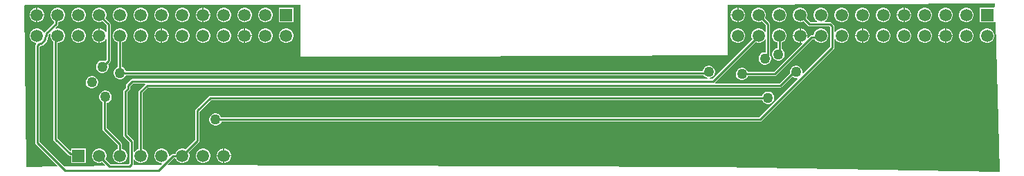
<source format=gbl>
G04*
G04 #@! TF.GenerationSoftware,Altium Limited,Altium Designer,24.10.1 (45)*
G04*
G04 Layer_Physical_Order=2*
G04 Layer_Color=16711680*
%FSLAX42Y42*%
%MOMM*%
G71*
G04*
G04 #@! TF.SameCoordinates,6BE155C9-00B4-4612-B876-D31AFA52546B*
G04*
G04*
G04 #@! TF.FilePolarity,Positive*
G04*
G01*
G75*
%ADD11C,0.25*%
%ADD16R,1.50X1.50*%
%ADD17C,1.50*%
%ADD18C,1.27*%
%ADD19C,0.25*%
G36*
X15918Y11375D02*
X15906Y11365D01*
X15737D01*
Y11190D01*
X15911D01*
X15912Y11190D01*
X15924Y11188D01*
X15977Y9363D01*
X15968Y9353D01*
X12517Y9411D01*
X12438Y9411D01*
X5807Y9435D01*
X5802Y9446D01*
X5879Y9523D01*
X5898D01*
X5900Y9517D01*
X5912Y9497D01*
X5928Y9480D01*
X5948Y9469D01*
X5970Y9463D01*
X5993D01*
X6016Y9469D01*
X6036Y9480D01*
X6052Y9497D01*
X6063Y9517D01*
X6069Y9539D01*
Y9562D01*
X6063Y9584D01*
X6059Y9591D01*
X6183Y9715D01*
X6189Y9724D01*
X6191Y9734D01*
Y10091D01*
X6335Y10236D01*
X13073D01*
X13073Y10232D01*
X13084Y10215D01*
X13098Y10201D01*
X13115Y10191D01*
X13134Y10185D01*
X13155D01*
X13174Y10191D01*
X13191Y10201D01*
X13205Y10215D01*
X13216Y10232D01*
X13221Y10252D01*
Y10272D01*
X13216Y10291D01*
X13205Y10308D01*
X13191Y10323D01*
X13174Y10333D01*
X13155Y10338D01*
X13134D01*
X13115Y10333D01*
X13098Y10323D01*
X13084Y10308D01*
X13073Y10291D01*
X13073Y10287D01*
X6325D01*
X6315Y10286D01*
X6306Y10280D01*
X6147Y10120D01*
X6141Y10112D01*
X6139Y10102D01*
Y9744D01*
X6023Y9628D01*
X6016Y9632D01*
X5993Y9638D01*
X5970D01*
X5948Y9632D01*
X5928Y9621D01*
X5912Y9604D01*
X5900Y9584D01*
X5898Y9575D01*
X5869D01*
X5859Y9573D01*
X5850Y9568D01*
X5828Y9545D01*
X5815Y9551D01*
Y9562D01*
X5809Y9584D01*
X5798Y9604D01*
X5782Y9621D01*
X5762Y9632D01*
X5739Y9638D01*
X5716D01*
X5694Y9632D01*
X5674Y9621D01*
X5658Y9604D01*
X5646Y9584D01*
X5640Y9562D01*
Y9539D01*
X5646Y9517D01*
X5658Y9497D01*
X5674Y9480D01*
X5694Y9469D01*
X5716Y9463D01*
X5727D01*
X5733Y9450D01*
X5718Y9435D01*
X5397Y9436D01*
X5396Y9436D01*
X5385Y9449D01*
X5385Y9449D01*
Y9503D01*
X5398Y9506D01*
X5404Y9497D01*
X5420Y9480D01*
X5440Y9469D01*
X5462Y9463D01*
X5485D01*
X5508Y9469D01*
X5528Y9480D01*
X5544Y9497D01*
X5555Y9517D01*
X5561Y9539D01*
Y9562D01*
X5555Y9584D01*
X5544Y9604D01*
X5528Y9621D01*
X5508Y9632D01*
X5500Y9634D01*
Y10325D01*
X5563Y10388D01*
X13297D01*
X13307Y10390D01*
X13315Y10396D01*
X13439Y10520D01*
X13441Y10518D01*
X13458Y10508D01*
X13477Y10503D01*
X13497D01*
X13501Y10504D01*
X13508Y10493D01*
X13036Y10021D01*
X6460D01*
X6459Y10024D01*
X6449Y10042D01*
X6435Y10056D01*
X6418Y10066D01*
X6398Y10071D01*
X6378D01*
X6359Y10066D01*
X6341Y10056D01*
X6327Y10042D01*
X6317Y10024D01*
X6312Y10005D01*
Y9985D01*
X6317Y9965D01*
X6327Y9948D01*
X6341Y9934D01*
X6359Y9924D01*
X6378Y9919D01*
X6398D01*
X6418Y9924D01*
X6435Y9934D01*
X6449Y9948D01*
X6459Y9965D01*
X6460Y9969D01*
X13047D01*
X13057Y9971D01*
X13065Y9977D01*
X13950Y10862D01*
X13956Y10870D01*
X13958Y10880D01*
Y10976D01*
X13970Y10979D01*
X13976Y10970D01*
X13992Y10953D01*
X14012Y10942D01*
X14035Y10936D01*
X14058D01*
X14080Y10942D01*
X14100Y10953D01*
X14116Y10970D01*
X14128Y10990D01*
X14134Y11012D01*
Y11035D01*
X14128Y11057D01*
X14116Y11077D01*
X14100Y11094D01*
X14080Y11105D01*
X14058Y11111D01*
X14035D01*
X14012Y11105D01*
X13992Y11094D01*
X13976Y11077D01*
X13970Y11068D01*
X13958Y11071D01*
Y11136D01*
X13956Y11146D01*
X13950Y11154D01*
X13921Y11183D01*
X13913Y11188D01*
X13903Y11190D01*
X13842D01*
X13839Y11203D01*
X13846Y11207D01*
X13862Y11224D01*
X13874Y11244D01*
X13880Y11266D01*
Y11289D01*
X13874Y11311D01*
X13862Y11331D01*
X13846Y11348D01*
X13826Y11359D01*
X13804Y11365D01*
X13781D01*
X13758Y11359D01*
X13738Y11348D01*
X13722Y11331D01*
X13710Y11311D01*
X13704Y11289D01*
Y11266D01*
X13710Y11244D01*
X13722Y11224D01*
X13738Y11207D01*
X13746Y11203D01*
X13742Y11190D01*
X13662D01*
X13616Y11237D01*
X13620Y11244D01*
X13626Y11266D01*
Y11289D01*
X13620Y11311D01*
X13608Y11331D01*
X13592Y11348D01*
X13572Y11359D01*
X13550Y11365D01*
X13527D01*
X13504Y11359D01*
X13484Y11348D01*
X13468Y11331D01*
X13456Y11311D01*
X13451Y11289D01*
Y11266D01*
X13456Y11244D01*
X13468Y11224D01*
X13484Y11207D01*
X13504Y11196D01*
X13527Y11190D01*
X13550D01*
X13572Y11196D01*
X13579Y11200D01*
X13633Y11146D01*
X13641Y11141D01*
X13651Y11139D01*
X13892D01*
X13906Y11125D01*
Y10891D01*
X13574Y10559D01*
X13563Y10565D01*
X13564Y10569D01*
Y10589D01*
X13558Y10609D01*
X13548Y10626D01*
X13534Y10640D01*
X13517Y10650D01*
X13497Y10655D01*
X13477D01*
X13458Y10650D01*
X13441Y10640D01*
X13426Y10626D01*
X13416Y10609D01*
X13411Y10589D01*
Y10569D01*
X13412Y10566D01*
X13286Y10440D01*
X12501D01*
X12496Y10453D01*
X12989Y10946D01*
X12996Y10942D01*
X13019Y10936D01*
X13042D01*
X13064Y10942D01*
X13084Y10953D01*
X13100Y10970D01*
X13106Y10979D01*
X13119Y10976D01*
Y10822D01*
X13116Y10820D01*
X13096D01*
X13077Y10815D01*
X13060Y10805D01*
X13045Y10791D01*
X13035Y10774D01*
X13030Y10754D01*
Y10734D01*
X13035Y10715D01*
X13045Y10697D01*
X13060Y10683D01*
X13077Y10673D01*
X13096Y10668D01*
X13116D01*
X13136Y10673D01*
X13153Y10683D01*
X13167Y10697D01*
X13177Y10715D01*
X13183Y10734D01*
Y10754D01*
X13177Y10774D01*
X13170Y10786D01*
Y11163D01*
X13168Y11173D01*
X13163Y11182D01*
X13108Y11237D01*
X13112Y11244D01*
X13118Y11266D01*
Y11289D01*
X13112Y11311D01*
X13100Y11331D01*
X13084Y11348D01*
X13064Y11359D01*
X13042Y11365D01*
X13019D01*
X12996Y11359D01*
X12976Y11348D01*
X12960Y11331D01*
X12948Y11311D01*
X12943Y11289D01*
Y11266D01*
X12948Y11244D01*
X12960Y11224D01*
X12976Y11207D01*
X12996Y11196D01*
X13019Y11190D01*
X13042D01*
X13064Y11196D01*
X13071Y11200D01*
X13119Y11153D01*
Y11071D01*
X13106Y11068D01*
X13100Y11077D01*
X13084Y11094D01*
X13064Y11105D01*
X13042Y11111D01*
X13019D01*
X12996Y11105D01*
X12976Y11094D01*
X12960Y11077D01*
X12948Y11057D01*
X12943Y11035D01*
Y11012D01*
X12948Y10990D01*
X12953Y10983D01*
X12461Y10491D01*
X12434D01*
X12432Y10503D01*
X12450Y10508D01*
X12467Y10518D01*
X12482Y10532D01*
X12492Y10550D01*
X12497Y10569D01*
Y10589D01*
X12492Y10609D01*
X12482Y10626D01*
X12467Y10640D01*
X12450Y10650D01*
X12431Y10655D01*
X12411D01*
X12391Y10650D01*
X12374Y10640D01*
X12360Y10626D01*
X12350Y10609D01*
X12345Y10592D01*
X5292D01*
X5291Y10596D01*
X5281Y10613D01*
X5266Y10627D01*
X5249Y10637D01*
X5246Y10638D01*
Y10940D01*
X5254Y10942D01*
X5274Y10953D01*
X5290Y10970D01*
X5301Y10990D01*
X5307Y11012D01*
Y11035D01*
X5301Y11057D01*
X5290Y11077D01*
X5274Y11094D01*
X5254Y11105D01*
X5231Y11111D01*
X5208D01*
X5186Y11105D01*
X5166Y11094D01*
X5150Y11077D01*
X5138Y11057D01*
X5132Y11035D01*
Y11012D01*
X5138Y10990D01*
X5150Y10970D01*
X5166Y10953D01*
X5186Y10942D01*
X5194Y10940D01*
Y10638D01*
X5190Y10637D01*
X5173Y10627D01*
X5159Y10613D01*
X5149Y10596D01*
X5144Y10576D01*
Y10556D01*
X5149Y10537D01*
X5159Y10520D01*
X5173Y10505D01*
X5190Y10495D01*
X5210Y10490D01*
X5230D01*
X5249Y10495D01*
X5266Y10505D01*
X5281Y10520D01*
X5291Y10537D01*
X5292Y10541D01*
X12355D01*
X12360Y10532D01*
X12374Y10518D01*
X12391Y10508D01*
X12409Y10503D01*
X12407Y10491D01*
X5372D01*
X5362Y10489D01*
X5354Y10483D01*
X5303Y10432D01*
X5297Y10424D01*
X5295Y10414D01*
Y10387D01*
X5265Y10356D01*
X5259Y10348D01*
X5257Y10338D01*
Y9804D01*
X5259Y9794D01*
X5265Y9786D01*
X5334Y9717D01*
Y9460D01*
X5323Y9449D01*
X5103D01*
X5043Y9509D01*
X5047Y9517D01*
X5053Y9539D01*
Y9562D01*
X5047Y9584D01*
X5036Y9604D01*
X5020Y9621D01*
X5000Y9632D01*
X4977Y9638D01*
X4954D01*
X4932Y9632D01*
X4912Y9621D01*
X4896Y9604D01*
X4884Y9584D01*
X4878Y9562D01*
Y9539D01*
X4884Y9517D01*
X4896Y9497D01*
X4912Y9480D01*
X4932Y9469D01*
X4954Y9463D01*
X4977D01*
X5000Y9469D01*
X5007Y9473D01*
X5039Y9441D01*
X5034Y9429D01*
X4770Y9424D01*
X4536Y9420D01*
X4236Y9720D01*
Y10888D01*
X4240Y10889D01*
X4274Y10903D01*
X4302Y10925D01*
X4325Y10954D01*
X4339Y10987D01*
X4343Y11024D01*
X4343Y11024D01*
X4346Y11035D01*
X4361Y11050D01*
X4372Y11044D01*
X4370Y11035D01*
Y11012D01*
X4376Y10990D01*
X4388Y10970D01*
X4404Y10953D01*
X4406Y10952D01*
Y9754D01*
X4408Y9744D01*
X4414Y9735D01*
X4595Y9554D01*
X4604Y9548D01*
X4613Y9547D01*
X4624D01*
Y9463D01*
X4799D01*
Y9638D01*
X4624D01*
Y9615D01*
X4612Y9610D01*
X4458Y9764D01*
Y10936D01*
X4469D01*
X4492Y10942D01*
X4512Y10953D01*
X4528Y10970D01*
X4539Y10990D01*
X4545Y11012D01*
Y11035D01*
X4539Y11057D01*
X4528Y11077D01*
X4512Y11094D01*
X4492Y11105D01*
X4469Y11111D01*
X4446D01*
X4438Y11109D01*
X4431Y11120D01*
X4457Y11146D01*
X4463Y11155D01*
X4465Y11164D01*
Y11190D01*
X4469D01*
X4492Y11196D01*
X4512Y11207D01*
X4528Y11224D01*
X4539Y11244D01*
X4545Y11266D01*
Y11289D01*
X4539Y11311D01*
X4528Y11331D01*
X4512Y11348D01*
X4492Y11359D01*
X4469Y11365D01*
X4446D01*
X4424Y11359D01*
X4404Y11348D01*
X4388Y11331D01*
X4376Y11311D01*
X4370Y11289D01*
Y11266D01*
X4376Y11244D01*
X4388Y11224D01*
X4404Y11207D01*
X4413Y11202D01*
Y11175D01*
X4306Y11068D01*
X4298Y11061D01*
X4298Y11060D01*
X4293Y11059D01*
X4291Y11059D01*
X4283Y11061D01*
X4274Y11077D01*
X4258Y11094D01*
X4238Y11105D01*
X4215Y11111D01*
X4192D01*
X4170Y11105D01*
X4150Y11094D01*
X4134Y11077D01*
X4122Y11057D01*
X4116Y11035D01*
Y11012D01*
X4122Y10990D01*
X4134Y10970D01*
X4150Y10953D01*
X4170Y10942D01*
X4192Y10936D01*
X4196Y10930D01*
X4197Y10924D01*
X4192Y10918D01*
X4191Y10916D01*
X4186Y10909D01*
X4185Y10899D01*
Y9709D01*
X4186Y9699D01*
X4192Y9690D01*
X4453Y9430D01*
X4448Y9418D01*
X4086Y9411D01*
X4077Y9420D01*
X4051Y11396D01*
X4060Y11405D01*
X7425D01*
X7425Y10767D01*
X8941D01*
X12649Y10783D01*
Y11405D01*
X15917Y11414D01*
X15918Y11375D01*
D02*
G37*
G36*
X5528Y10426D02*
X5455Y10354D01*
X5450Y10346D01*
X5448Y10336D01*
Y9634D01*
X5440Y9632D01*
X5420Y9621D01*
X5404Y9604D01*
X5398Y9595D01*
X5385Y9598D01*
Y9728D01*
X5383Y9738D01*
X5378Y9747D01*
X5309Y9815D01*
Y10327D01*
X5340Y10358D01*
X5345Y10366D01*
X5347Y10376D01*
Y10403D01*
X5383Y10439D01*
X5522D01*
X5528Y10426D01*
D02*
G37*
%LPC*%
G36*
X4215Y11365D02*
X4210D01*
Y11284D01*
X4291D01*
Y11289D01*
X4285Y11311D01*
X4274Y11331D01*
X4258Y11348D01*
X4238Y11359D01*
X4215Y11365D01*
D02*
G37*
G36*
X14820D02*
X14815D01*
Y11284D01*
X14896D01*
Y11289D01*
X14890Y11311D01*
X14878Y11331D01*
X14862Y11348D01*
X14842Y11359D01*
X14820Y11365D01*
D02*
G37*
G36*
X12788D02*
X12783D01*
Y11284D01*
X12864D01*
Y11289D01*
X12858Y11311D01*
X12846Y11331D01*
X12830Y11348D01*
X12810Y11359D01*
X12788Y11365D01*
D02*
G37*
G36*
X6247D02*
X6242D01*
Y11284D01*
X6323D01*
Y11289D01*
X6317Y11311D01*
X6306Y11331D01*
X6290Y11348D01*
X6270Y11359D01*
X6247Y11365D01*
D02*
G37*
G36*
X4197D02*
X4192D01*
X4170Y11359D01*
X4150Y11348D01*
X4134Y11331D01*
X4122Y11311D01*
X4116Y11289D01*
Y11284D01*
X4197D01*
Y11365D01*
D02*
G37*
G36*
X14802D02*
X14797D01*
X14774Y11359D01*
X14754Y11348D01*
X14738Y11331D01*
X14726Y11311D01*
X14721Y11289D01*
Y11284D01*
X14802D01*
Y11365D01*
D02*
G37*
G36*
X12770D02*
X12765D01*
X12742Y11359D01*
X12722Y11348D01*
X12706Y11331D01*
X12694Y11311D01*
X12689Y11289D01*
Y11284D01*
X12770D01*
Y11365D01*
D02*
G37*
G36*
X6229D02*
X6224D01*
X6202Y11359D01*
X6182Y11348D01*
X6166Y11331D01*
X6154Y11311D01*
X6148Y11289D01*
Y11284D01*
X6229D01*
Y11365D01*
D02*
G37*
G36*
X15582D02*
X15559D01*
X15536Y11359D01*
X15516Y11348D01*
X15500Y11331D01*
X15488Y11311D01*
X15482Y11289D01*
Y11266D01*
X15488Y11244D01*
X15500Y11224D01*
X15516Y11207D01*
X15536Y11196D01*
X15559Y11190D01*
X15582D01*
X15604Y11196D01*
X15624Y11207D01*
X15640Y11224D01*
X15652Y11244D01*
X15658Y11266D01*
Y11289D01*
X15652Y11311D01*
X15640Y11331D01*
X15624Y11348D01*
X15604Y11359D01*
X15582Y11365D01*
D02*
G37*
G36*
X15328D02*
X15305D01*
X15282Y11359D01*
X15262Y11348D01*
X15246Y11331D01*
X15234Y11311D01*
X15229Y11289D01*
Y11266D01*
X15234Y11244D01*
X15246Y11224D01*
X15262Y11207D01*
X15282Y11196D01*
X15305Y11190D01*
X15328D01*
X15350Y11196D01*
X15370Y11207D01*
X15386Y11224D01*
X15398Y11244D01*
X15404Y11266D01*
Y11289D01*
X15398Y11311D01*
X15386Y11331D01*
X15370Y11348D01*
X15350Y11359D01*
X15328Y11365D01*
D02*
G37*
G36*
X15074D02*
X15051D01*
X15028Y11359D01*
X15008Y11348D01*
X14992Y11331D01*
X14980Y11311D01*
X14974Y11289D01*
Y11266D01*
X14980Y11244D01*
X14992Y11224D01*
X15008Y11207D01*
X15028Y11196D01*
X15051Y11190D01*
X15074D01*
X15096Y11196D01*
X15116Y11207D01*
X15132Y11224D01*
X15144Y11244D01*
X15150Y11266D01*
Y11289D01*
X15144Y11311D01*
X15132Y11331D01*
X15116Y11348D01*
X15096Y11359D01*
X15074Y11365D01*
D02*
G37*
G36*
X14896Y11271D02*
X14815D01*
Y11190D01*
X14820D01*
X14842Y11196D01*
X14862Y11207D01*
X14878Y11224D01*
X14890Y11244D01*
X14896Y11266D01*
Y11271D01*
D02*
G37*
G36*
X14802D02*
X14721D01*
Y11266D01*
X14726Y11244D01*
X14738Y11224D01*
X14754Y11207D01*
X14774Y11196D01*
X14797Y11190D01*
X14802D01*
Y11271D01*
D02*
G37*
G36*
X14566Y11365D02*
X14543D01*
X14520Y11359D01*
X14500Y11348D01*
X14484Y11331D01*
X14472Y11311D01*
X14466Y11289D01*
Y11266D01*
X14472Y11244D01*
X14484Y11224D01*
X14500Y11207D01*
X14520Y11196D01*
X14543Y11190D01*
X14566D01*
X14588Y11196D01*
X14608Y11207D01*
X14624Y11224D01*
X14636Y11244D01*
X14642Y11266D01*
Y11289D01*
X14636Y11311D01*
X14624Y11331D01*
X14608Y11348D01*
X14588Y11359D01*
X14566Y11365D01*
D02*
G37*
G36*
X14312D02*
X14289D01*
X14266Y11359D01*
X14246Y11348D01*
X14230Y11331D01*
X14218Y11311D01*
X14212Y11289D01*
Y11266D01*
X14218Y11244D01*
X14230Y11224D01*
X14246Y11207D01*
X14266Y11196D01*
X14289Y11190D01*
X14312D01*
X14334Y11196D01*
X14354Y11207D01*
X14370Y11224D01*
X14382Y11244D01*
X14388Y11266D01*
Y11289D01*
X14382Y11311D01*
X14370Y11331D01*
X14354Y11348D01*
X14334Y11359D01*
X14312Y11365D01*
D02*
G37*
G36*
X14058D02*
X14035D01*
X14012Y11359D01*
X13992Y11348D01*
X13976Y11331D01*
X13964Y11311D01*
X13959Y11289D01*
Y11266D01*
X13964Y11244D01*
X13976Y11224D01*
X13992Y11207D01*
X14012Y11196D01*
X14035Y11190D01*
X14058D01*
X14080Y11196D01*
X14100Y11207D01*
X14116Y11224D01*
X14128Y11244D01*
X14134Y11266D01*
Y11289D01*
X14128Y11311D01*
X14116Y11331D01*
X14100Y11348D01*
X14080Y11359D01*
X14058Y11365D01*
D02*
G37*
G36*
X13296D02*
X13273D01*
X13250Y11359D01*
X13230Y11348D01*
X13214Y11331D01*
X13202Y11311D01*
X13196Y11289D01*
Y11266D01*
X13202Y11244D01*
X13214Y11224D01*
X13230Y11207D01*
X13250Y11196D01*
X13273Y11190D01*
X13296D01*
X13318Y11196D01*
X13338Y11207D01*
X13354Y11224D01*
X13366Y11244D01*
X13372Y11266D01*
Y11289D01*
X13366Y11311D01*
X13354Y11331D01*
X13338Y11348D01*
X13318Y11359D01*
X13296Y11365D01*
D02*
G37*
G36*
X12864Y11271D02*
X12783D01*
Y11190D01*
X12788D01*
X12810Y11196D01*
X12830Y11207D01*
X12846Y11224D01*
X12858Y11244D01*
X12864Y11266D01*
Y11271D01*
D02*
G37*
G36*
X12770D02*
X12689D01*
Y11266D01*
X12694Y11244D01*
X12706Y11224D01*
X12722Y11207D01*
X12742Y11196D01*
X12765Y11190D01*
X12770D01*
Y11271D01*
D02*
G37*
G36*
X7339Y11365D02*
X7164D01*
Y11190D01*
X7339D01*
Y11365D01*
D02*
G37*
G36*
X7009D02*
X6986D01*
X6964Y11359D01*
X6944Y11348D01*
X6928Y11331D01*
X6916Y11311D01*
X6910Y11289D01*
Y11266D01*
X6916Y11244D01*
X6928Y11224D01*
X6944Y11207D01*
X6964Y11196D01*
X6986Y11190D01*
X7009D01*
X7032Y11196D01*
X7052Y11207D01*
X7068Y11224D01*
X7079Y11244D01*
X7085Y11266D01*
Y11289D01*
X7079Y11311D01*
X7068Y11331D01*
X7052Y11348D01*
X7032Y11359D01*
X7009Y11365D01*
D02*
G37*
G36*
X6755D02*
X6732D01*
X6710Y11359D01*
X6690Y11348D01*
X6674Y11331D01*
X6662Y11311D01*
X6656Y11289D01*
Y11266D01*
X6662Y11244D01*
X6674Y11224D01*
X6690Y11207D01*
X6710Y11196D01*
X6732Y11190D01*
X6755D01*
X6778Y11196D01*
X6798Y11207D01*
X6814Y11224D01*
X6825Y11244D01*
X6831Y11266D01*
Y11289D01*
X6825Y11311D01*
X6814Y11331D01*
X6798Y11348D01*
X6778Y11359D01*
X6755Y11365D01*
D02*
G37*
G36*
X6501D02*
X6478D01*
X6456Y11359D01*
X6436Y11348D01*
X6420Y11331D01*
X6408Y11311D01*
X6402Y11289D01*
Y11266D01*
X6408Y11244D01*
X6420Y11224D01*
X6436Y11207D01*
X6456Y11196D01*
X6478Y11190D01*
X6501D01*
X6524Y11196D01*
X6544Y11207D01*
X6560Y11224D01*
X6571Y11244D01*
X6577Y11266D01*
Y11289D01*
X6571Y11311D01*
X6560Y11331D01*
X6544Y11348D01*
X6524Y11359D01*
X6501Y11365D01*
D02*
G37*
G36*
X6323Y11271D02*
X6242D01*
Y11190D01*
X6247D01*
X6270Y11196D01*
X6290Y11207D01*
X6306Y11224D01*
X6317Y11244D01*
X6323Y11266D01*
Y11271D01*
D02*
G37*
G36*
X6229D02*
X6148D01*
Y11266D01*
X6154Y11244D01*
X6166Y11224D01*
X6182Y11207D01*
X6202Y11196D01*
X6224Y11190D01*
X6229D01*
Y11271D01*
D02*
G37*
G36*
X5993Y11365D02*
X5970D01*
X5948Y11359D01*
X5928Y11348D01*
X5912Y11331D01*
X5900Y11311D01*
X5894Y11289D01*
Y11266D01*
X5900Y11244D01*
X5912Y11224D01*
X5928Y11207D01*
X5948Y11196D01*
X5970Y11190D01*
X5993D01*
X6016Y11196D01*
X6036Y11207D01*
X6052Y11224D01*
X6063Y11244D01*
X6069Y11266D01*
Y11289D01*
X6063Y11311D01*
X6052Y11331D01*
X6036Y11348D01*
X6016Y11359D01*
X5993Y11365D01*
D02*
G37*
G36*
X5739D02*
X5716D01*
X5694Y11359D01*
X5674Y11348D01*
X5658Y11331D01*
X5646Y11311D01*
X5640Y11289D01*
Y11266D01*
X5646Y11244D01*
X5658Y11224D01*
X5674Y11207D01*
X5694Y11196D01*
X5716Y11190D01*
X5739D01*
X5762Y11196D01*
X5782Y11207D01*
X5798Y11224D01*
X5809Y11244D01*
X5815Y11266D01*
Y11289D01*
X5809Y11311D01*
X5798Y11331D01*
X5782Y11348D01*
X5762Y11359D01*
X5739Y11365D01*
D02*
G37*
G36*
X5485D02*
X5462D01*
X5440Y11359D01*
X5420Y11348D01*
X5404Y11331D01*
X5392Y11311D01*
X5386Y11289D01*
Y11266D01*
X5392Y11244D01*
X5404Y11224D01*
X5420Y11207D01*
X5440Y11196D01*
X5462Y11190D01*
X5485D01*
X5508Y11196D01*
X5528Y11207D01*
X5544Y11224D01*
X5555Y11244D01*
X5561Y11266D01*
Y11289D01*
X5555Y11311D01*
X5544Y11331D01*
X5528Y11348D01*
X5508Y11359D01*
X5485Y11365D01*
D02*
G37*
G36*
X5231D02*
X5208D01*
X5186Y11359D01*
X5166Y11348D01*
X5150Y11331D01*
X5138Y11311D01*
X5132Y11289D01*
Y11266D01*
X5138Y11244D01*
X5150Y11224D01*
X5166Y11207D01*
X5186Y11196D01*
X5208Y11190D01*
X5231D01*
X5254Y11196D01*
X5274Y11207D01*
X5290Y11224D01*
X5301Y11244D01*
X5307Y11266D01*
Y11289D01*
X5301Y11311D01*
X5290Y11331D01*
X5274Y11348D01*
X5254Y11359D01*
X5231Y11365D01*
D02*
G37*
G36*
X4723D02*
X4700D01*
X4678Y11359D01*
X4658Y11348D01*
X4642Y11331D01*
X4630Y11311D01*
X4624Y11289D01*
Y11266D01*
X4630Y11244D01*
X4642Y11224D01*
X4658Y11207D01*
X4678Y11196D01*
X4700Y11190D01*
X4723D01*
X4746Y11196D01*
X4766Y11207D01*
X4782Y11224D01*
X4793Y11244D01*
X4799Y11266D01*
Y11289D01*
X4793Y11311D01*
X4782Y11331D01*
X4766Y11348D01*
X4746Y11359D01*
X4723Y11365D01*
D02*
G37*
G36*
X4291Y11271D02*
X4210D01*
Y11190D01*
X4215D01*
X4238Y11196D01*
X4258Y11207D01*
X4274Y11224D01*
X4285Y11244D01*
X4291Y11266D01*
Y11271D01*
D02*
G37*
G36*
X4197D02*
X4116D01*
Y11266D01*
X4122Y11244D01*
X4134Y11224D01*
X4150Y11207D01*
X4170Y11196D01*
X4192Y11190D01*
X4197D01*
Y11271D01*
D02*
G37*
G36*
X4977Y11365D02*
X4954D01*
X4932Y11359D01*
X4912Y11348D01*
X4896Y11331D01*
X4884Y11311D01*
X4878Y11289D01*
Y11266D01*
X4884Y11244D01*
X4896Y11224D01*
X4912Y11207D01*
X4932Y11196D01*
X4954Y11190D01*
X4977D01*
X5000Y11196D01*
X5007Y11200D01*
X5053Y11154D01*
Y11073D01*
X5040Y11070D01*
X5036Y11077D01*
X5020Y11094D01*
X5000Y11105D01*
X4977Y11111D01*
X4972D01*
Y11024D01*
Y10936D01*
X4977D01*
X5000Y10942D01*
X5020Y10953D01*
X5036Y10970D01*
X5040Y10977D01*
X5053Y10974D01*
Y10728D01*
X5036Y10712D01*
X5033Y10714D01*
X5014Y10719D01*
X4994D01*
X4974Y10714D01*
X4957Y10704D01*
X4943Y10689D01*
X4933Y10672D01*
X4928Y10653D01*
Y10633D01*
X4933Y10613D01*
X4943Y10596D01*
X4957Y10582D01*
X4974Y10572D01*
X4994Y10566D01*
X5014D01*
X5033Y10572D01*
X5051Y10582D01*
X5065Y10596D01*
X5075Y10613D01*
X5080Y10633D01*
Y10653D01*
X5075Y10672D01*
X5073Y10675D01*
X5097Y10699D01*
X5103Y10708D01*
X5105Y10718D01*
Y11164D01*
X5103Y11174D01*
X5097Y11183D01*
X5043Y11237D01*
X5047Y11244D01*
X5053Y11266D01*
Y11289D01*
X5047Y11311D01*
X5036Y11331D01*
X5020Y11348D01*
X5000Y11359D01*
X4977Y11365D01*
D02*
G37*
G36*
X14312Y11111D02*
X14307D01*
Y11030D01*
X14388D01*
Y11035D01*
X14382Y11057D01*
X14370Y11077D01*
X14354Y11094D01*
X14334Y11105D01*
X14312Y11111D01*
D02*
G37*
G36*
X6755D02*
X6750D01*
Y11030D01*
X6831D01*
Y11035D01*
X6825Y11057D01*
X6814Y11077D01*
X6798Y11094D01*
X6778Y11105D01*
X6755Y11111D01*
D02*
G37*
G36*
X13550D02*
X13545D01*
Y11030D01*
X13626D01*
Y11035D01*
X13620Y11057D01*
X13608Y11077D01*
X13592Y11094D01*
X13572Y11105D01*
X13550Y11111D01*
D02*
G37*
G36*
X15328D02*
X15323D01*
Y11030D01*
X15404D01*
Y11035D01*
X15398Y11057D01*
X15386Y11077D01*
X15370Y11094D01*
X15350Y11105D01*
X15328Y11111D01*
D02*
G37*
G36*
X5739D02*
X5734D01*
Y11030D01*
X5815D01*
Y11035D01*
X5809Y11057D01*
X5798Y11077D01*
X5782Y11094D01*
X5762Y11105D01*
X5739Y11111D01*
D02*
G37*
G36*
X14294D02*
X14289D01*
X14266Y11105D01*
X14246Y11094D01*
X14230Y11077D01*
X14218Y11057D01*
X14212Y11035D01*
Y11030D01*
X14294D01*
Y11111D01*
D02*
G37*
G36*
X6737D02*
X6732D01*
X6710Y11105D01*
X6690Y11094D01*
X6674Y11077D01*
X6662Y11057D01*
X6656Y11035D01*
Y11030D01*
X6737D01*
Y11111D01*
D02*
G37*
G36*
X13532D02*
X13527D01*
X13504Y11105D01*
X13484Y11094D01*
X13468Y11077D01*
X13456Y11057D01*
X13451Y11035D01*
Y11030D01*
X13532D01*
Y11111D01*
D02*
G37*
G36*
X4959D02*
X4954D01*
X4932Y11105D01*
X4912Y11094D01*
X4896Y11077D01*
X4884Y11057D01*
X4878Y11035D01*
Y11030D01*
X4959D01*
Y11111D01*
D02*
G37*
G36*
X15310D02*
X15305D01*
X15282Y11105D01*
X15262Y11094D01*
X15246Y11077D01*
X15234Y11057D01*
X15229Y11035D01*
Y11030D01*
X15310D01*
Y11111D01*
D02*
G37*
G36*
X5721D02*
X5716D01*
X5694Y11105D01*
X5674Y11094D01*
X5658Y11077D01*
X5646Y11057D01*
X5640Y11035D01*
Y11030D01*
X5721D01*
Y11111D01*
D02*
G37*
G36*
X13804D02*
X13781D01*
X13758Y11105D01*
X13738Y11094D01*
X13722Y11077D01*
X13710Y11057D01*
X13704Y11035D01*
Y11030D01*
X13679D01*
X13669Y11028D01*
X13661Y11023D01*
X13635Y10997D01*
X13624Y11004D01*
X13626Y11012D01*
Y11017D01*
X13545D01*
Y10936D01*
X13550D01*
X13558Y10938D01*
X13565Y10927D01*
X13218Y10580D01*
X12899D01*
X12898Y10583D01*
X12888Y10600D01*
X12874Y10615D01*
X12856Y10625D01*
X12837Y10630D01*
X12817D01*
X12798Y10625D01*
X12780Y10615D01*
X12766Y10600D01*
X12756Y10583D01*
X12751Y10564D01*
Y10544D01*
X12756Y10524D01*
X12766Y10507D01*
X12780Y10493D01*
X12798Y10483D01*
X12817Y10478D01*
X12837D01*
X12856Y10483D01*
X12874Y10493D01*
X12888Y10507D01*
X12898Y10524D01*
X12899Y10528D01*
X13228D01*
X13238Y10530D01*
X13247Y10535D01*
X13690Y10979D01*
X13717D01*
X13722Y10970D01*
X13738Y10953D01*
X13758Y10942D01*
X13781Y10936D01*
X13804D01*
X13826Y10942D01*
X13846Y10953D01*
X13862Y10970D01*
X13874Y10990D01*
X13880Y11012D01*
Y11035D01*
X13874Y11057D01*
X13862Y11077D01*
X13846Y11094D01*
X13826Y11105D01*
X13804Y11111D01*
D02*
G37*
G36*
X15836D02*
X15813D01*
X15790Y11105D01*
X15770Y11094D01*
X15754Y11077D01*
X15742Y11057D01*
X15737Y11035D01*
Y11012D01*
X15742Y10990D01*
X15754Y10970D01*
X15770Y10953D01*
X15790Y10942D01*
X15813Y10936D01*
X15836D01*
X15858Y10942D01*
X15878Y10953D01*
X15894Y10970D01*
X15906Y10990D01*
X15912Y11012D01*
Y11035D01*
X15906Y11057D01*
X15894Y11077D01*
X15878Y11094D01*
X15858Y11105D01*
X15836Y11111D01*
D02*
G37*
G36*
X15582D02*
X15559D01*
X15536Y11105D01*
X15516Y11094D01*
X15500Y11077D01*
X15488Y11057D01*
X15482Y11035D01*
Y11012D01*
X15488Y10990D01*
X15500Y10970D01*
X15516Y10953D01*
X15536Y10942D01*
X15559Y10936D01*
X15582D01*
X15604Y10942D01*
X15624Y10953D01*
X15640Y10970D01*
X15652Y10990D01*
X15658Y11012D01*
Y11035D01*
X15652Y11057D01*
X15640Y11077D01*
X15624Y11094D01*
X15604Y11105D01*
X15582Y11111D01*
D02*
G37*
G36*
X15404Y11017D02*
X15323D01*
Y10936D01*
X15328D01*
X15350Y10942D01*
X15370Y10953D01*
X15386Y10970D01*
X15398Y10990D01*
X15404Y11012D01*
Y11017D01*
D02*
G37*
G36*
X15310D02*
X15229D01*
Y11012D01*
X15234Y10990D01*
X15246Y10970D01*
X15262Y10953D01*
X15282Y10942D01*
X15305Y10936D01*
X15310D01*
Y11017D01*
D02*
G37*
G36*
X15074Y11111D02*
X15051D01*
X15028Y11105D01*
X15008Y11094D01*
X14992Y11077D01*
X14980Y11057D01*
X14974Y11035D01*
Y11012D01*
X14980Y10990D01*
X14992Y10970D01*
X15008Y10953D01*
X15028Y10942D01*
X15051Y10936D01*
X15074D01*
X15096Y10942D01*
X15116Y10953D01*
X15132Y10970D01*
X15144Y10990D01*
X15150Y11012D01*
Y11035D01*
X15144Y11057D01*
X15132Y11077D01*
X15116Y11094D01*
X15096Y11105D01*
X15074Y11111D01*
D02*
G37*
G36*
X14820D02*
X14797D01*
X14774Y11105D01*
X14754Y11094D01*
X14738Y11077D01*
X14726Y11057D01*
X14721Y11035D01*
Y11012D01*
X14726Y10990D01*
X14738Y10970D01*
X14754Y10953D01*
X14774Y10942D01*
X14797Y10936D01*
X14820D01*
X14842Y10942D01*
X14862Y10953D01*
X14878Y10970D01*
X14890Y10990D01*
X14896Y11012D01*
Y11035D01*
X14890Y11057D01*
X14878Y11077D01*
X14862Y11094D01*
X14842Y11105D01*
X14820Y11111D01*
D02*
G37*
G36*
X14566D02*
X14543D01*
X14520Y11105D01*
X14500Y11094D01*
X14484Y11077D01*
X14472Y11057D01*
X14466Y11035D01*
Y11012D01*
X14472Y10990D01*
X14484Y10970D01*
X14500Y10953D01*
X14520Y10942D01*
X14543Y10936D01*
X14566D01*
X14588Y10942D01*
X14608Y10953D01*
X14624Y10970D01*
X14636Y10990D01*
X14642Y11012D01*
Y11035D01*
X14636Y11057D01*
X14624Y11077D01*
X14608Y11094D01*
X14588Y11105D01*
X14566Y11111D01*
D02*
G37*
G36*
X14388Y11017D02*
X14307D01*
Y10936D01*
X14312D01*
X14334Y10942D01*
X14354Y10953D01*
X14370Y10970D01*
X14382Y10990D01*
X14388Y11012D01*
Y11017D01*
D02*
G37*
G36*
X14294D02*
X14212D01*
Y11012D01*
X14218Y10990D01*
X14230Y10970D01*
X14246Y10953D01*
X14266Y10942D01*
X14289Y10936D01*
X14294D01*
Y11017D01*
D02*
G37*
G36*
X13532D02*
X13451D01*
Y11012D01*
X13456Y10990D01*
X13468Y10970D01*
X13484Y10953D01*
X13504Y10942D01*
X13527Y10936D01*
X13532D01*
Y11017D01*
D02*
G37*
G36*
X12788Y11111D02*
X12765D01*
X12742Y11105D01*
X12722Y11094D01*
X12706Y11077D01*
X12694Y11057D01*
X12689Y11035D01*
Y11012D01*
X12694Y10990D01*
X12706Y10970D01*
X12722Y10953D01*
X12742Y10942D01*
X12765Y10936D01*
X12788D01*
X12810Y10942D01*
X12830Y10953D01*
X12846Y10970D01*
X12858Y10990D01*
X12864Y11012D01*
Y11035D01*
X12858Y11057D01*
X12846Y11077D01*
X12830Y11094D01*
X12810Y11105D01*
X12788Y11111D01*
D02*
G37*
G36*
X7263D02*
X7240D01*
X7218Y11105D01*
X7198Y11094D01*
X7182Y11077D01*
X7170Y11057D01*
X7164Y11035D01*
Y11012D01*
X7170Y10990D01*
X7182Y10970D01*
X7198Y10953D01*
X7218Y10942D01*
X7240Y10936D01*
X7263D01*
X7286Y10942D01*
X7306Y10953D01*
X7322Y10970D01*
X7333Y10990D01*
X7339Y11012D01*
Y11035D01*
X7333Y11057D01*
X7322Y11077D01*
X7306Y11094D01*
X7286Y11105D01*
X7263Y11111D01*
D02*
G37*
G36*
X7009D02*
X6986D01*
X6964Y11105D01*
X6944Y11094D01*
X6928Y11077D01*
X6916Y11057D01*
X6910Y11035D01*
Y11012D01*
X6916Y10990D01*
X6928Y10970D01*
X6944Y10953D01*
X6964Y10942D01*
X6986Y10936D01*
X7009D01*
X7032Y10942D01*
X7052Y10953D01*
X7068Y10970D01*
X7079Y10990D01*
X7085Y11012D01*
Y11035D01*
X7079Y11057D01*
X7068Y11077D01*
X7052Y11094D01*
X7032Y11105D01*
X7009Y11111D01*
D02*
G37*
G36*
X6831Y11017D02*
X6750D01*
Y10936D01*
X6755D01*
X6778Y10942D01*
X6798Y10953D01*
X6814Y10970D01*
X6825Y10990D01*
X6831Y11012D01*
Y11017D01*
D02*
G37*
G36*
X6737D02*
X6656D01*
Y11012D01*
X6662Y10990D01*
X6674Y10970D01*
X6690Y10953D01*
X6710Y10942D01*
X6732Y10936D01*
X6737D01*
Y11017D01*
D02*
G37*
G36*
X6501Y11111D02*
X6478D01*
X6456Y11105D01*
X6436Y11094D01*
X6420Y11077D01*
X6408Y11057D01*
X6402Y11035D01*
Y11012D01*
X6408Y10990D01*
X6420Y10970D01*
X6436Y10953D01*
X6456Y10942D01*
X6478Y10936D01*
X6501D01*
X6524Y10942D01*
X6544Y10953D01*
X6560Y10970D01*
X6571Y10990D01*
X6577Y11012D01*
Y11035D01*
X6571Y11057D01*
X6560Y11077D01*
X6544Y11094D01*
X6524Y11105D01*
X6501Y11111D01*
D02*
G37*
G36*
X6247D02*
X6224D01*
X6202Y11105D01*
X6182Y11094D01*
X6166Y11077D01*
X6154Y11057D01*
X6148Y11035D01*
Y11012D01*
X6154Y10990D01*
X6166Y10970D01*
X6182Y10953D01*
X6202Y10942D01*
X6224Y10936D01*
X6247D01*
X6270Y10942D01*
X6290Y10953D01*
X6306Y10970D01*
X6317Y10990D01*
X6323Y11012D01*
Y11035D01*
X6317Y11057D01*
X6306Y11077D01*
X6290Y11094D01*
X6270Y11105D01*
X6247Y11111D01*
D02*
G37*
G36*
X5993D02*
X5970D01*
X5948Y11105D01*
X5928Y11094D01*
X5912Y11077D01*
X5900Y11057D01*
X5894Y11035D01*
Y11012D01*
X5900Y10990D01*
X5912Y10970D01*
X5928Y10953D01*
X5948Y10942D01*
X5970Y10936D01*
X5993D01*
X6016Y10942D01*
X6036Y10953D01*
X6052Y10970D01*
X6063Y10990D01*
X6069Y11012D01*
Y11035D01*
X6063Y11057D01*
X6052Y11077D01*
X6036Y11094D01*
X6016Y11105D01*
X5993Y11111D01*
D02*
G37*
G36*
X5815Y11017D02*
X5734D01*
Y10936D01*
X5739D01*
X5762Y10942D01*
X5782Y10953D01*
X5798Y10970D01*
X5809Y10990D01*
X5815Y11012D01*
Y11017D01*
D02*
G37*
G36*
X5721D02*
X5640D01*
Y11012D01*
X5646Y10990D01*
X5658Y10970D01*
X5674Y10953D01*
X5694Y10942D01*
X5716Y10936D01*
X5721D01*
Y11017D01*
D02*
G37*
G36*
X5485Y11111D02*
X5462D01*
X5440Y11105D01*
X5420Y11094D01*
X5404Y11077D01*
X5392Y11057D01*
X5386Y11035D01*
Y11012D01*
X5392Y10990D01*
X5404Y10970D01*
X5420Y10953D01*
X5440Y10942D01*
X5462Y10936D01*
X5485D01*
X5508Y10942D01*
X5528Y10953D01*
X5544Y10970D01*
X5555Y10990D01*
X5561Y11012D01*
Y11035D01*
X5555Y11057D01*
X5544Y11077D01*
X5528Y11094D01*
X5508Y11105D01*
X5485Y11111D01*
D02*
G37*
G36*
X4959Y11017D02*
X4878D01*
Y11012D01*
X4884Y10990D01*
X4896Y10970D01*
X4912Y10953D01*
X4932Y10942D01*
X4954Y10936D01*
X4959D01*
Y11017D01*
D02*
G37*
G36*
X4723Y11111D02*
X4700D01*
X4678Y11105D01*
X4658Y11094D01*
X4642Y11077D01*
X4630Y11057D01*
X4624Y11035D01*
Y11012D01*
X4630Y10990D01*
X4642Y10970D01*
X4658Y10953D01*
X4678Y10942D01*
X4700Y10936D01*
X4723D01*
X4746Y10942D01*
X4766Y10953D01*
X4782Y10970D01*
X4793Y10990D01*
X4799Y11012D01*
Y11035D01*
X4793Y11057D01*
X4782Y11077D01*
X4766Y11094D01*
X4746Y11105D01*
X4723Y11111D01*
D02*
G37*
G36*
X13296D02*
X13273D01*
X13250Y11105D01*
X13230Y11094D01*
X13214Y11077D01*
X13202Y11057D01*
X13196Y11035D01*
Y11012D01*
X13202Y10990D01*
X13214Y10970D01*
X13230Y10953D01*
X13250Y10942D01*
X13258Y10940D01*
Y10870D01*
X13242Y10866D01*
X13225Y10856D01*
X13211Y10842D01*
X13200Y10824D01*
X13195Y10805D01*
Y10785D01*
X13200Y10766D01*
X13211Y10748D01*
X13225Y10734D01*
X13242Y10724D01*
X13261Y10719D01*
X13282D01*
X13301Y10724D01*
X13318Y10734D01*
X13332Y10748D01*
X13343Y10766D01*
X13348Y10785D01*
Y10805D01*
X13343Y10824D01*
X13332Y10842D01*
X13318Y10856D01*
X13310Y10861D01*
Y10940D01*
X13318Y10942D01*
X13338Y10953D01*
X13354Y10970D01*
X13366Y10990D01*
X13372Y11012D01*
Y11035D01*
X13366Y11057D01*
X13354Y11077D01*
X13338Y11094D01*
X13318Y11105D01*
X13296Y11111D01*
D02*
G37*
G36*
X4887Y10528D02*
X4867D01*
X4847Y10523D01*
X4830Y10513D01*
X4816Y10499D01*
X4806Y10482D01*
X4801Y10462D01*
Y10442D01*
X4806Y10423D01*
X4816Y10405D01*
X4830Y10391D01*
X4847Y10381D01*
X4867Y10376D01*
X4887D01*
X4906Y10381D01*
X4924Y10391D01*
X4938Y10405D01*
X4948Y10423D01*
X4953Y10442D01*
Y10462D01*
X4948Y10482D01*
X4938Y10499D01*
X4924Y10513D01*
X4906Y10523D01*
X4887Y10528D01*
D02*
G37*
G36*
X6501Y9638D02*
X6496D01*
Y9557D01*
X6577D01*
Y9562D01*
X6571Y9584D01*
X6560Y9604D01*
X6544Y9621D01*
X6524Y9632D01*
X6501Y9638D01*
D02*
G37*
G36*
X6483D02*
X6478D01*
X6456Y9632D01*
X6436Y9621D01*
X6420Y9604D01*
X6408Y9584D01*
X6402Y9562D01*
Y9557D01*
X6483D01*
Y9638D01*
D02*
G37*
G36*
X6577Y9544D02*
X6496D01*
Y9463D01*
X6501D01*
X6524Y9469D01*
X6544Y9480D01*
X6560Y9497D01*
X6571Y9517D01*
X6577Y9539D01*
Y9544D01*
D02*
G37*
G36*
X6483D02*
X6402D01*
Y9539D01*
X6408Y9517D01*
X6420Y9497D01*
X6436Y9480D01*
X6456Y9469D01*
X6478Y9463D01*
X6483D01*
Y9544D01*
D02*
G37*
G36*
X6247Y9638D02*
X6224D01*
X6202Y9632D01*
X6182Y9621D01*
X6166Y9604D01*
X6154Y9584D01*
X6148Y9562D01*
Y9539D01*
X6154Y9517D01*
X6166Y9497D01*
X6182Y9480D01*
X6202Y9469D01*
X6224Y9463D01*
X6247D01*
X6270Y9469D01*
X6290Y9480D01*
X6306Y9497D01*
X6317Y9517D01*
X6323Y9539D01*
Y9562D01*
X6317Y9584D01*
X6306Y9604D01*
X6290Y9621D01*
X6270Y9632D01*
X6247Y9638D01*
D02*
G37*
G36*
X5052Y10350D02*
X5032D01*
X5012Y10345D01*
X4995Y10335D01*
X4981Y10321D01*
X4971Y10304D01*
X4966Y10284D01*
Y10264D01*
X4971Y10245D01*
X4981Y10228D01*
X4995Y10213D01*
X5003Y10209D01*
Y9881D01*
X5005Y9871D01*
X5011Y9862D01*
X5194Y9679D01*
Y9634D01*
X5186Y9632D01*
X5166Y9621D01*
X5150Y9604D01*
X5138Y9584D01*
X5132Y9562D01*
Y9539D01*
X5138Y9517D01*
X5150Y9497D01*
X5166Y9480D01*
X5186Y9469D01*
X5208Y9463D01*
X5231D01*
X5254Y9469D01*
X5274Y9480D01*
X5290Y9497D01*
X5301Y9517D01*
X5307Y9539D01*
Y9562D01*
X5301Y9584D01*
X5290Y9604D01*
X5274Y9621D01*
X5254Y9632D01*
X5246Y9634D01*
Y9690D01*
X5244Y9700D01*
X5238Y9708D01*
X5055Y9891D01*
Y10199D01*
X5071Y10203D01*
X5089Y10213D01*
X5103Y10228D01*
X5113Y10245D01*
X5118Y10264D01*
Y10284D01*
X5113Y10304D01*
X5103Y10321D01*
X5089Y10335D01*
X5071Y10345D01*
X5052Y10350D01*
D02*
G37*
%LPD*%
D11*
X4223Y10912D02*
G03*
X4317Y11024I-20J111D01*
G01*
X5692Y9373D02*
X5869Y9549D01*
X4210Y9709D02*
X4547Y9373D01*
X5692D01*
X5334Y9423D02*
X5359Y9449D01*
X4966Y9550D02*
X5093Y9423D01*
X5334D01*
X5359Y9449D02*
Y9728D01*
X5283Y9804D02*
X5359Y9728D01*
X5283Y9804D02*
Y10338D01*
X4690Y9572D02*
X4712Y9550D01*
X4432Y9754D02*
X4613Y9572D01*
X4432Y9754D02*
Y10964D01*
X4458Y10990D01*
Y11024D01*
X4613Y9572D02*
X4690D01*
X4210Y9709D02*
Y10899D01*
X5029Y9881D02*
Y10224D01*
Y9881D02*
X5220Y9690D01*
X5029Y10224D02*
X5080Y10274D01*
X5321Y10376D02*
Y10414D01*
X5372Y10465D01*
X5283Y10338D02*
X5321Y10376D01*
X5220Y9550D02*
Y9690D01*
X5474Y10336D02*
X5552Y10414D01*
X5474Y9550D02*
Y10336D01*
X5552Y10414D02*
X13297D01*
X5869Y9549D02*
X5981D01*
X5982Y9550D01*
X6165Y9734D02*
Y10102D01*
X5982Y9550D02*
X6165Y9734D01*
Y10102D02*
X6325Y10262D01*
X4185Y11259D02*
X4204Y11278D01*
X4439Y11259D02*
X4458Y11278D01*
X4439Y11164D02*
Y11259D01*
X4210Y10899D02*
X4218Y10907D01*
X4324Y11050D02*
X4439Y11164D01*
X4317Y11043D02*
X4324Y11050D01*
X4218Y10907D02*
X4223Y10912D01*
X4317Y11024D02*
X4317Y11043D01*
X13903Y11164D02*
X13932Y11136D01*
Y10880D02*
Y11136D01*
X13538Y11278D02*
X13651Y11164D01*
X13903D01*
X13047Y9995D02*
X13932Y10880D01*
X6388Y9995D02*
X13047D01*
X5079Y10718D02*
Y11164D01*
X5004Y10643D02*
X5079Y10718D01*
X4966Y11278D02*
X5079Y11164D01*
X6325Y10262D02*
X13145D01*
Y10770D02*
Y11163D01*
X13030Y11278D02*
X13145Y11163D01*
X13284Y10782D02*
Y11024D01*
X13297Y10414D02*
X13487Y10604D01*
X13228Y10554D02*
X13679Y11005D01*
X12802Y10554D02*
X12827D01*
X13228D01*
X5372Y10465D02*
X12471D01*
X13030Y11024D01*
X5220Y10566D02*
X12421D01*
X12433Y10579D01*
X13773Y11005D02*
X13792Y11024D01*
X13679Y11005D02*
X13773D01*
X5220Y10566D02*
Y11024D01*
D16*
X4712Y9550D02*
D03*
X15824Y11278D02*
D03*
X7252D02*
D03*
D17*
X4966Y9550D02*
D03*
X5220D02*
D03*
X5474D02*
D03*
X5728D02*
D03*
X5982D02*
D03*
X6236D02*
D03*
X6490D02*
D03*
X15824Y11024D02*
D03*
X15570Y11278D02*
D03*
Y11024D02*
D03*
X15316Y11278D02*
D03*
Y11024D02*
D03*
X15062Y11278D02*
D03*
Y11024D02*
D03*
X14808Y11278D02*
D03*
Y11024D02*
D03*
X14554Y11278D02*
D03*
Y11024D02*
D03*
X14300Y11278D02*
D03*
Y11024D02*
D03*
X14046Y11278D02*
D03*
Y11024D02*
D03*
X13792Y11278D02*
D03*
Y11024D02*
D03*
X13538Y11278D02*
D03*
Y11024D02*
D03*
X13284Y11278D02*
D03*
Y11024D02*
D03*
X13030Y11278D02*
D03*
Y11024D02*
D03*
X12776Y11278D02*
D03*
Y11024D02*
D03*
X7252D02*
D03*
X6998Y11278D02*
D03*
Y11024D02*
D03*
X6744Y11278D02*
D03*
Y11024D02*
D03*
X6490Y11278D02*
D03*
Y11024D02*
D03*
X6236Y11278D02*
D03*
Y11024D02*
D03*
X5982Y11278D02*
D03*
Y11024D02*
D03*
X5728Y11278D02*
D03*
Y11024D02*
D03*
X5474Y11278D02*
D03*
Y11024D02*
D03*
X5220Y11278D02*
D03*
Y11024D02*
D03*
X4966Y11278D02*
D03*
Y11024D02*
D03*
X4712Y11278D02*
D03*
Y11024D02*
D03*
X4458Y11278D02*
D03*
Y11024D02*
D03*
X4204Y11278D02*
D03*
Y11024D02*
D03*
D18*
X5042Y10274D02*
D03*
X6388Y9995D02*
D03*
X4877Y10452D02*
D03*
X5004Y10643D02*
D03*
X13106Y10744D02*
D03*
X13145Y10262D02*
D03*
X13487Y10579D02*
D03*
X13271Y10795D02*
D03*
X12827Y10554D02*
D03*
X12421Y10579D02*
D03*
X5220Y10566D02*
D03*
D19*
X4218Y10907D02*
D03*
M02*

</source>
